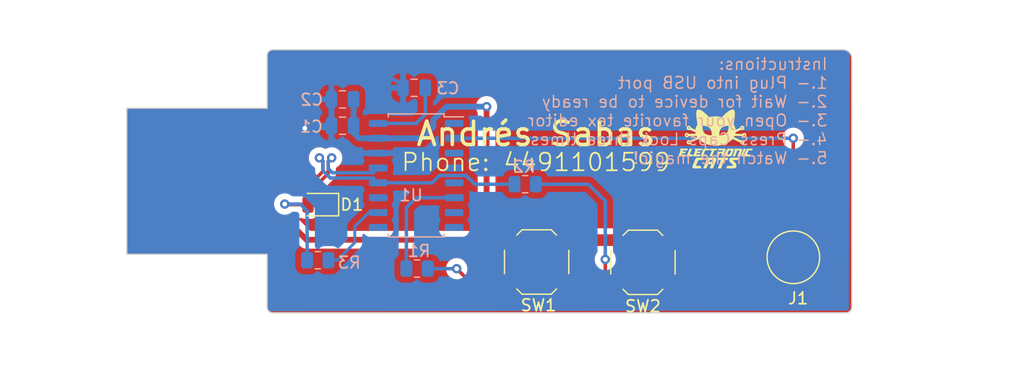
<source format=kicad_pcb>
(kicad_pcb (version 20221018) (generator pcbnew)
  (title_block (date "2021-01-28") (rev "1.0") (company "Electronic Cats"))
  (layers (0 "F.Cu" signal) (31 "B.Cu" signal) (34 "B.Paste" user) (35 "F.Paste" user) (36 "B.SilkS" user "B.Silkscreen") (37 "F.SilkS" user "F.Silkscreen") (38 "B.Mask" user) (39 "F.Mask" user) (44 "Edge.Cuts" user))
  (net 0 "")
  (net 1 "+5V")
  (net 2 "GND")
  (net 3 "Net-(D1-Pad2)")
  (net 4 "/PAD")
  (net 5 "Net-(R1-Pad2)")
  (net 6 "/RST")
  (net 7 "Net-(R2-Pad1)")
  (net 8 "/P3.3")
  (net 9 "Net-(U1-Pad11)")
  (net 10 "Net-(U1-Pad8)")
  (net 11 "Net-(U1-Pad7)")
  (net 12 "Net-(U1-Pad5)")
  (net 13 "Net-(U1-Pad4)")
  (net 14 "Net-(U1-Pad3)")
  (net 15 "Net-(U1-Pad1)")
  (net 16 "Net-(U1-Pad9)")
  (net 17 "/UD+")
  (net 18 "/UD-")
  (net 19 "Net-(C3-Pad2)")
  (footprint "LED_SMD:LED_0805_2012Metric" (layer "F.Cu") (at 95.9375 88 180)
    (fp_text reference "D1" (at -2.8125 0 180) (layer "F.SilkS"))
    (fp_text value "LED_Small")
    (pad "1" smd roundrect (at -0.9375 0 180) (size 0.975 1.4) (layers "F.Cu" "F.Paste" "F.Mask") (net 2 "GND"))
    (pad "2" smd roundrect (at 0.9375 0 180) (size 0.975 1.4) (layers "F.Cu" "F.Paste" "F.Mask") (net 3 "Net-(D1-Pad2)"))
  )
  (footprint "TestPoint:TestPoint_Pad_D4.0mm" (layer "F.Cu") (at 136.5 92.5)
    (fp_text reference "J1" (at 0.406 3.512) (layer "F.SilkS"))
    (fp_text value "Conn_01x01_Female")
    (pad "1" smd circle (at 0 0) (size 5.5 5.5) (layers "F.Cu") (net 4 "/PAD"))
  )
  (footprint "Aesthetics:electronic_cats_logo_4x3" (layer "F.Cu") (at 129.8448 82.38236)
    (fp_text reference "G***" hide)
    (fp_text value "LOGO" hide)
  )
  (footprint "Button_Switch_SMD:SW_SPST_TL3342" (layer "F.Cu") (at 114.54852 92.90312)
    (fp_text reference "SW1" (at 0.16042 3.69816) (layer "F.SilkS"))
    (fp_text value "Reset")
    (pad "1" smd rect (at -3.15 -1.9) (size 1.7 1) (layers "F.Cu" "F.Paste" "F.Mask") (net 1 "+5V"))
    (pad "1" smd rect (at 3.15 -1.9) (size 1.7 1) (layers "F.Cu" "F.Paste" "F.Mask") (net 1 "+5V"))
    (pad "2" smd rect (at -3.15 1.9) (size 1.7 1) (layers "F.Cu" "F.Paste" "F.Mask") (net 5 "Net-(R1-Pad2)"))
    (pad "2" smd rect (at 3.15 1.9) (size 1.7 1) (layers "F.Cu" "F.Paste" "F.Mask") (net 5 "Net-(R1-Pad2)"))
  )
  (footprint "Button_Switch_SMD:SW_SPST_TL3342" (layer "F.Cu") (at 123.63664 92.93106 180)
    (fp_text reference "SW2" (at 0 -3.75) (layer "F.SilkS"))
    (fp_text value "Boot")
    (pad "1" smd rect (at -3.15 -1.9 180) (size 1.7 1) (layers "F.Cu" "F.Paste" "F.Mask") (net 7 "Net-(R2-Pad1)"))
    (pad "1" smd rect (at 3.15 -1.9 180) (size 1.7 1) (layers "F.Cu" "F.Paste" "F.Mask") (net 7 "Net-(R2-Pad1)"))
    (pad "2" smd rect (at -3.15 1.9 180) (size 1.7 1) (layers "F.Cu" "F.Paste" "F.Mask") (net 1 "+5V"))
    (pad "2" smd rect (at 3.15 1.9 180) (size 1.7 1) (layers "F.Cu" "F.Paste" "F.Mask") (net 1 "+5V"))
  )
  (footprint "Connectors:usb-PCB" (layer "F.Cu") (at 79.5 86 -90)
    (fp_text reference "J2" hide)
    (fp_text value "USB_A" hide)
    (pad "1" connect rect (at 3.81 -4.9 270) (size 1.9 8) (layers "F.Cu" "F.Mask") (net 1 "+5V"))
    (pad "2" connect rect (at 1.3 -5.15 270) (size 2 7.5) (layers "F.Cu" "F.Mask") (net 18 "/UD-"))
    (pad "3" connect rect (at -1.3 -5.15 270) (size 2 7.5) (layers "F.Cu" "F.Mask") (net 17 "/UD+"))
    (pad "4" connect rect (at -3.81 -4.9 270) (size 1.9 8) (layers "F.Cu" "F.Mask") (net 2 "GND"))
  )
  (footprint "Capacitor_SMD:C_0805_2012Metric" (layer "B.Cu") (at 97.95 79)
    (fp_text reference "C2" (at -2.6314 0.0254 180) (layer "B.SilkS") (effects (justify mirror)))
    (fp_text value "0.1uF")
    (pad "1" smd roundrect (at -0.95 0) (size 1 1.45) (layers "B.Cu" "B.Paste" "B.Mask") (net 2 "GND"))
    (pad "2" smd roundrect (at 0.95 0) (size 1 1.45) (layers "B.Cu" "B.Paste" "B.Mask") (net 1 "+5V"))
  )
  (footprint "Resistor_SMD:R_0805_2012Metric" (layer "B.Cu") (at 113.56912 86.25332 180)
    (fp_text reference "R2" (at 0.0875 1.5) (layer "B.SilkS") (effects (justify mirror)))
    (fp_text value "20K")
    (pad "1" smd roundrect (at -0.9125 0 180) (size 1.025 1.4) (layers "B.Cu" "B.Paste" "B.Mask") (roundrect_rratio 0.243902) (net 7 "Net-(R2-Pad1)"))
    (pad "2" smd roundrect (at 0.9125 0 180) (size 1.025 1.4) (layers "B.Cu" "B.Paste" "B.Mask") (roundrect_rratio 0.243902) (net 17 "/UD+"))
  )
  (footprint "Package_SO:SOP-16_4.55x10.3mm_P1.27mm" (layer "B.Cu") (at 104.25 85.5 180)
    (fp_text reference "U1" (at 0.4318 -1.7018) (layer "B.SilkS") (effects (justify mirror)))
    (fp_text value "CH552G")
    (pad "1" smd roundrect (at -3.25 4.445 180) (size 1.6 0.6) (layers "B.Cu" "B.Paste" "B.Mask") (net 15 "Net-(U1-Pad1)"))
    (pad "2" smd roundrect (at -3.25 3.175 180) (size 1.6 0.6) (layers "B.Cu" "B.Paste" "B.Mask") (net 4 "/PAD"))
    (pad "3" smd roundrect (at -3.25 1.905 180) (size 1.6 0.6) (layers "B.Cu" "B.Paste" "B.Mask") (net 14 "Net-(U1-Pad3)"))
    (pad "4" smd roundrect (at -3.25 0.635 180) (size 1.6 0.6) (layers "B.Cu" "B.Paste" "B.Mask") (net 13 "Net-(U1-Pad4)"))
    (pad "5" smd roundrect (at -3.25 -0.635 180) (size 1.6 0.6) (layers "B.Cu" "B.Paste" "B.Mask") (net 12 "Net-(U1-Pad5)"))
    (pad "6" smd roundrect (at -3.25 -1.905 180) (size 1.6 0.6) (layers "B.Cu" "B.Paste" "B.Mask") (net 6 "/RST"))
    (pad "7" smd roundrect (at -3.25 -3.175 180) (size 1.6 0.6) (layers "B.Cu" "B.Paste" "B.Mask") (net 11 "Net-(U1-Pad7)"))
    (pad "8" smd roundrect (at -3.25 -4.445 180) (size 1.6 0.6) (layers "B.Cu" "B.Paste" "B.Mask") (net 10 "Net-(U1-Pad8)"))
    (pad "9" smd roundrect (at 3.25 -4.445 180) (size 1.6 0.6) (layers "B.Cu" "B.Paste" "B.Mask") (net 16 "Net-(U1-Pad9)"))
    (pad "10" smd roundrect (at 3.25 -3.175 180) (size 1.6 0.6) (layers "B.Cu" "B.Paste" "B.Mask") (net 8 "/P3.3"))
    (pad "11" smd roundrect (at 3.25 -1.905 180) (size 1.6 0.6) (layers "B.Cu" "B.Paste" "B.Mask") (net 9 "Net-(U1-Pad11)"))
    (pad "12" smd roundrect (at 3.25 -0.635 180) (size 1.6 0.6) (layers "B.Cu" "B.Paste" "B.Mask") (net 17 "/UD+"))
    (pad "13" smd roundrect (at 3.25 0.635 180) (size 1.6 0.6) (layers "B.Cu" "B.Paste" "B.Mask") (net 18 "/UD-"))
    (pad "14" smd roundrect (at 3.25 1.905 180) (size 1.6 0.6) (layers "B.Cu" "B.Paste" "B.Mask") (net 2 "GND"))
    (pad "15" smd roundrect (at 3.25 3.175 180) (size 1.6 0.6) (layers "B.Cu" "B.Paste" "B.Mask") (net 1 "+5V"))
    (pad "16" smd roundrect (at 3.25 4.445 180) (size 1.6 0.6) (layers "B.Cu" "B.Paste" "B.Mask") (net 19 "Net-(C3-Pad2)"))
  )
  (footprint "Resistor_SMD:R_0805_2012Metric" (layer "B.Cu") (at 104.32478 93.46184)
    (fp_text reference "R1" (at 0.1625 -1.5) (layer "B.SilkS") (effects (justify mirror)))
    (fp_text value "1K")
    (pad "1" smd roundrect (at -0.9125 0) (size 1.025 1.4) (layers "B.Cu" "B.Paste" "B.Mask") (roundrect_rratio 0.243902) (net 6 "/RST"))
    (pad "2" smd roundrect (at 0.9125 0) (size 1.025 1.4) (layers "B.Cu" "B.Paste" "B.Mask") (roundrect_rratio 0.243902) (net 5 "Net-(R1-Pad2)"))
  )
  (footprint "Capacitor_SMD:C_0805_2012Metric" (layer "B.Cu") (at 97.95 81.25)
    (fp_text reference "C1" (at -2.6568 0.0762 180) (layer "B.SilkS") (effects (justify mirror)))
    (fp_text value "0.1uF")
    (pad "1" smd roundrect (at -0.95 0) (size 1 1.45) (layers "B.Cu" "B.Paste" "B.Mask") (net 2 "GND"))
    (pad "2" smd roundrect (at 0.95 0) (size 1 1.45) (layers "B.Cu" "B.Paste" "B.Mask") (net 1 "+5V"))
  )
  (footprint "Resistor_SMD:R_0805_2012Metric" (layer "B.Cu") (at 95.8375 92.75)
    (fp_text reference "R3" (at 2.6905 0.2032 180) (layer "B.SilkS") (effects (justify mirror)))
    (fp_text value "1K")
    (pad "1" smd roundrect (at -0.9125 0) (size 1.025 1.4) (layers "B.Cu" "B.Paste" "B.Mask") (roundrect_rratio 0.243902) (net 3 "Net-(D1-Pad2)"))
    (pad "2" smd roundrect (at 0.9125 0) (size 1.025 1.4) (layers "B.Cu" "B.Paste" "B.Mask") (roundrect_rratio 0.243902) (net 8 "/P3.3"))
  )
  (footprint "Capacitor_SMD:C_0805_2012Metric" (layer "B.Cu") (at 104.07646 78.01102)
    (fp_text reference "C3" (at 2.8931 0.04318) (layer "B.SilkS") (effects (justify mirror)))
    (fp_text value "0.1uF")
    (pad "1" smd roundrect (at -0.95 0) (size 1 1.45) (layers "B.Cu" "B.Paste" "B.Mask") (net 2 "GND"))
    (pad "2" smd roundrect (at 0.95 0) (size 1 1.45) (layers "B.Cu" "B.Paste" "B.Mask") (net 19 "Net-(C3-Pad2)"))
  )
  (gr_line (start 92 74.75) (end 140.75 74.75) (stroke (width 0.1)) (layer "Edge.Cuts"))
  (gr_line (start 91.5 92.25) (end 79.5 92.25) (stroke (width 0.1)) (layer "Edge.Cuts"))
  (gr_line (start 91.5 79.75) (end 91.5 75.25) (stroke (width 0.1)) (layer "Edge.Cuts"))
  (gr_arc (start 141.5 96.75) (mid 141.353553 97.103553) (end 141 97.25) (stroke (width 0.1)) (layer "Edge.Cuts"))
  (gr_line (start 79.5 79.75) (end 91.5 79.75) (stroke (width 0.1)) (layer "Edge.Cuts"))
  (gr_line (start 91.5 92.25) (end 91.5 96.75) (stroke (width 0.1)) (layer "Edge.Cuts"))
  (gr_line (start 79.5 92.25) (end 79.5 79.75) (stroke (width 0.1)) (layer "Edge.Cuts"))
  (gr_arc (start 140.75 74.75) (mid 141.28033 74.96967) (end 141.5 75.5) (stroke (width 0.1)) (layer "Edge.Cuts"))
  (gr_arc (start 92 97.25) (mid 91.646447 97.103553) (end 91.5 96.75) (stroke (width 0.1)) (layer "Edge.Cuts"))
  (gr_line (start 92 97.25) (end 141 97.25) (stroke (width 0.1)) (layer "Edge.Cuts"))
  (gr_arc (start 91.5 75.25) (mid 91.646447 74.896447) (end 92 74.75) (stroke (width 0.1)) (layer "Edge.Cuts"))
  (gr_line (start 141.5 75.5) (end 141.5 96.75) (stroke (width 0.1)) (layer "Edge.Cuts"))
  (gr_text "Instructions:\n1.- Plug into USB port\n2.- Wait for device to be ready\n3.- Open your favorite tex editor\n4.- Press Caps Lock three times\n5.- Watch the magic!" (at 139.5 80) (layer "B.SilkS") (effects (font (size 1 1) (thickness 0.125)) (justify left mirror)))
  (gr_text "Phone: 4491101599" (at 114.48288 84.37372) (layer "F.SilkS") (effects (font (size 1.5 1.5))))
  (gr_text "Andrés Sabas" (at 114.48288 81.94802) (layer "F.SilkS") (effects (font (size 2 2) (thickness 0.3))))
  (segment (start 110.27156 79.62138) (end 110.27156 89.87616) (width 0.5) (layer "F.Cu") (net 1))
  (segment (start 110.27156 89.87616) (end 111.39852 91.00312) (width 0.5) (layer "F.Cu") (net 1))
  (segment (start 120.48664 91.03106) (end 117.72646 91.03106) (width 0.5) (layer "F.Cu") (net 1))
  (segment (start 126.78664 91.03106) (end 120.48664 91.03106) (width 0.5) (layer "F.Cu") (net 1))
  (segment (start 84.4 89.81) (end 93.68096 89.81) (width 0.5) (layer "F.Cu") (net 1))
  (segment (start 117.72646 91.03106) (end 117.69852 91.00312) (width 0.5) (layer "F.Cu") (net 1))
  (segment (start 117.69852 91.00312) (end 111.39852 91.00312) (width 0.5) (layer "F.Cu") (net 1))
  (segment (start 93.68096 89.81) (end 94.87408 91.00312) (width 0.5) (layer "F.Cu") (net 1))
  (segment (start 94.87408 91.00312) (end 111.39852 91.00312) (width 0.5) (layer "F.Cu") (net 1))
  (via (at 110.27156 79.62138) (size 0.8) (drill 0.4) (layers "F.Cu" "B.Cu") (net 1))
  (segment (start 99.37602 82.325) (end 101 82.325) (width 0.5) (layer "B.Cu") (net 1))
  (segment (start 101 82.325) (end 104.71552 82.325) (width 0.5) (layer "B.Cu") (net 1))
  (segment (start 106.85018 79.62138) (end 110.27156 79.62138) (width 0.5) (layer "B.Cu") (net 1))
  (segment (start 98.9 81.25) (end 98.9 81.84898) (width 0.5) (layer "B.Cu") (net 1))
  (segment (start 105.71226 80.7593) (end 106.85018 79.62138) (width 0.5) (layer "B.Cu") (net 1))
  (segment (start 98.9 79) (end 98.9 81.25) (width 0.5) (layer "B.Cu") (net 1))
  (segment (start 104.71552 82.325) (end 105.71226 81.32826) (width 0.5) (layer "B.Cu") (net 1))
  (segment (start 105.71226 81.32826) (end 105.71226 80.7593) (width 0.5) (layer "B.Cu") (net 1))
  (segment (start 98.9 81.84898) (end 99.37602 82.325) (width 0.5) (layer "B.Cu") (net 1))
  (segment (start 95.89008 82.64144) (end 94.72422 81.47558) (width 0.3) (layer "F.Cu") (net 2))
  (segment (start 92.76012 82.19) (end 93.47454 81.47558) (width 0.3) (layer "F.Cu") (net 2))
  (segment (start 84.4 82.19) (end 92.76012 82.19) (width 0.3) (layer "F.Cu") (net 2))
  (segment (start 93.47454 81.47558) (end 94.72422 81.47558) (width 0.3) (layer "F.Cu") (net 2))
  (segment (start 98.30816 87.7443) (end 98.30816 83.32978) (width 0.3) (layer "F.Cu") (net 2))
  (segment (start 96.875 88) (end 98.05246 88) (width 0.3) (layer "F.Cu") (net 2))
  (segment (start 97.61982 82.64144) (end 95.89008 82.64144) (width 0.3) (layer "F.Cu") (net 2))
  (segment (start 98.05246 88) (end 98.30816 87.7443) (width 0.3) (layer "F.Cu") (net 2))
  (segment (start 98.30816 83.32978) (end 97.61982 82.64144) (width 0.3) (layer "F.Cu") (net 2))
  (via (at 94.72422 81.47558) (size 0.8) (drill 0.4) (layers "F.Cu" "B.Cu") (net 2))
  (segment (start 97 82.18672) (end 97 81.25) (width 0.3) (layer "B.Cu") (net 2))
  (segment (start 97.4217 77.30744) (end 102.42288 77.30744) (width 0.3) (layer "B.Cu") (net 2))
  (segment (start 101 83.595) (end 98.40828 83.595) (width 0.3) (layer "B.Cu") (net 2))
  (segment (start 97 79) (end 97 77.72914) (width 0.3) (layer "B.Cu") (net 2))
  (segment (start 98.40828 83.595) (end 97 82.18672) (width 0.3) (layer "B.Cu") (net 2))
  (segment (start 102.42288 77.30744) (end 103.12646 78.01102) (width 0.3) (layer "B.Cu") (net 2))
  (segment (start 97 77.72914) (end 97.4217 77.30744) (width 0.3) (layer "B.Cu") (net 2))
  (segment (start 94.72422 81.47558) (end 96.77442 81.47558) (width 0.3) (layer "B.Cu") (net 2))
  (segment (start 96.77442 81.47558) (end 97 81.25) (width 0.3) (layer "B.Cu") (net 2))
  (segment (start 97 79) (end 97 81.25) (width 0.3) (layer "B.Cu") (net 2))
  (segment (start 95 88) (end 93.06 88) (width 0.3) (layer "F.Cu") (net 3))
  (segment (start 93.06 88) (end 93.01 87.95) (width 0.3) (layer "F.Cu") (net 3))
  (via (at 93.01 87.95) (size 0.8) (drill 0.4) (layers "F.Cu" "B.Cu") (net 3))
  (segment (start 94.925 88.525) (end 94.35 87.95) (width 0.3) (layer "B.Cu") (net 3))
  (segment (start 94.925 92.75) (end 94.925 88.525) (width 0.3) (layer "B.Cu") (net 3))
  (segment (start 94.35 87.95) (end 93.01 87.95) (width 0.3) (layer "B.Cu") (net 3))
  (segment (start 136.49 92.49) (end 136.5 92.5) (width 0.3) (layer "F.Cu") (net 4))
  (segment (start 136.49 82.32) (end 136.49 92.49) (width 0.3) (layer "F.Cu") (net 4))
  (via (at 136.49 82.32) (size 0.8) (drill 0.4) (layers "F.Cu" "B.Cu") (net 4))
  (segment (start 136.485 82.325) (end 136.49 82.32) (width 0.3) (layer "B.Cu") (net 4))
  (segment (start 125.965 82.325) (end 107.5 82.325) (width 0.3) (layer "B.Cu") (net 4))
  (segment (start 125.965 82.325) (end 136.485 82.325) (width 0.3) (layer "B.Cu") (net 4))
  (segment (start 111.39852 94.80312) (end 109.04236 94.80312) (width 0.3) (layer "F.Cu") (net 5))
  (segment (start 111.39852 94.80312) (end 117.69852 94.80312) (width 0.3) (layer "F.Cu") (net 5))
  (segment (start 109.04236 94.80312) (end 107.71378 93.47454) (width 0.3) (layer "F.Cu") (net 5))
  (via (at 107.71378 93.47454) (size 0.8) (drill 0.4) (layers "F.Cu" "B.Cu") (net 5))
  (segment (start 107.71378 93.47454) (end 105.24998 93.47454) (width 0.3) (layer "B.Cu") (net 5))
  (segment (start 105.24998 93.47454) (end 105.23728 93.46184) (width 0.3) (layer "B.Cu") (net 5))
  (segment (start 103.41228 93.46184) (end 103.41228 88.24596) (width 0.3) (layer "B.Cu") (net 6))
  (segment (start 104.25324 87.405) (end 107.5 87.405) (width 0.3) (layer "B.Cu") (net 6))
  (segment (start 103.41228 88.24596) (end 104.25324 87.405) (width 0.3) (layer "B.Cu") (net 6))
  (segment (start 120.41886 94.76328) (end 120.48664 94.83106) (width 0.3) (layer "F.Cu") (net 7))
  (segment (start 126.78664 94.83106) (end 120.48664 94.83106) (width 0.3) (layer "F.Cu") (net 7))
  (segment (start 120.41886 92.6846) (end 120.41886 94.76328) (width 0.3) (layer "F.Cu") (net 7))
  (via (at 120.41886 92.6846) (size 0.8) (drill 0.4) (layers "F.Cu" "B.Cu") (net 7))
  (segment (start 120.41886 87.6808) (end 120.41886 92.6846) (width 0.3) (layer "B.Cu") (net 7))
  (segment (start 114.48162 86.25332) (end 118.99138 86.25332) (width 0.3) (layer "B.Cu") (net 7))
  (segment (start 118.99138 86.25332) (end 120.41886 87.6808) (width 0.3) (layer "B.Cu") (net 7))
  (segment (start 99 91.25) (end 99 89.875) (width 0.25) (layer "B.Cu") (net 8))
  (segment (start 96.75 92.75) (end 97.5 92.75) (width 0.25) (layer "B.Cu") (net 8))
  (segment (start 99 89.875) (end 100.2 88.675) (width 0.25) (layer "B.Cu") (net 8))
  (segment (start 100.2 88.675) (end 101 88.675) (width 0.25) (layer "B.Cu") (net 8))
  (segment (start 97.5 92.75) (end 99 91.25) (width 0.25) (layer "B.Cu") (net 8))
  (segment (start 95.6568 85.775) (end 91.350001 85.775) (width 0.3) (layer "F.Cu") (net 17))
  (segment (start 95.975 84) (end 96.275 84.3) (width 0.3) (layer "F.Cu") (net 17))
  (segment (start 96.275 84.3) (end 96.275 85.1568) (width 0.3) (layer "F.Cu") (net 17))
  (segment (start 96.275 85.1568) (end 95.6568 85.775) (width 0.3) (layer "F.Cu") (net 17))
  (segment (start 91.350001 85.775) (end 90.275001 84.7) (width 0.3) (layer "F.Cu") (net 17))
  (segment (start 90.275001 84.7) (end 84.65 84.7) (width 0.3) (layer "F.Cu") (net 17))
  (via (at 95.975 84) (size 0.8) (drill 0.4) (layers "F.Cu" "B.Cu") (net 17))
  (segment (start 96.275 84.3) (end 95.975 84) (width 0.3) (layer "B.Cu") (net 17))
  (segment (start 108.50999 85.50999) (end 106.24001 85.50999) (width 0.3) (layer "B.Cu") (net 17))
  (segment (start 105.615 86.135) (end 101 86.135) (width 0.3) (layer "B.Cu") (net 17))
  (segment (start 96.9068 85.725) (end 96.275 85.0932) (width 0.3) (layer "B.Cu") (net 17))
  (segment (start 109.266864 86.25332) (end 108.516762 85.503218) (width 0.3) (layer "B.Cu") (net 17))
  (segment (start 112.65662 86.25332) (end 109.266864 86.25332) (width 0.3) (layer "B.Cu") (net 17))
  (segment (start 101 86.135) (end 100.59 85.725) (width 0.3) (layer "B.Cu") (net 17))
  (segment (start 100.59 85.725) (end 96.9068 85.725) (width 0.3) (layer "B.Cu") (net 17))
  (segment (start 106.24001 85.50999) (end 105.615 86.135) (width 0.3) (layer "B.Cu") (net 17))
  (segment (start 96.275 85.0932) (end 96.275 84.3) (width 0.3) (layer "B.Cu") (net 17))
  (segment (start 90.275001 87.3) (end 84.65 87.3) (width 0.3) (layer "F.Cu") (net 18))
  (segment (start 97.025 84) (end 96.725 84.3) (width 0.3) (layer "F.Cu") (net 18))
  (segment (start 95.8432 86.225) (end 91.350001 86.225) (width 0.3) (layer "F.Cu") (net 18))
  (segment (start 96.725 84.3) (end 96.725 85.3432) (width 0.3) (layer "F.Cu") (net 18))
  (segment (start 96.725 85.3432) (end 95.8432 86.225) (width 0.3) (layer "F.Cu") (net 18))
  (segment (start 91.350001 86.225) (end 90.275001 87.3) (width 0.3) (layer "F.Cu") (net 18))
  (via (at 97.025 84) (size 0.8) (drill 0.4) (layers "F.Cu" "B.Cu") (net 18))
  (segment (start 97.0932 85.275) (end 96.725 84.9068) (width 0.3) (layer "B.Cu") (net 18))
  (segment (start 96.725 84.9068) (end 96.725 84.3) (width 0.3) (layer "B.Cu") (net 18))
  (segment (start 100.59 85.275) (end 97.0932 85.275) (width 0.3) (layer "B.Cu") (net 18))
  (segment (start 101 84.865) (end 100.59 85.275) (width 0.3) (layer "B.Cu") (net 18))
  (segment (start 96.725 84.3) (end 97.025 84) (width 0.3) (layer "B.Cu") (net 18))
  (segment (start 101 81.055) (end 104.24562 81.055) (width 0.3) (layer "B.Cu") (net 19))
  (segment (start 105.02646 80.27416) (end 105.02646 78.01102) (width 0.3) (layer "B.Cu") (net 19))
  (segment (start 104.24562 81.055) (end 105.02646 80.27416) (width 0.3) (layer "B.Cu") (net 19))
  (zone (net 2) (net_name "GND") (layer "F.Cu") (connect_pads (clearance 0.508)) (min_thickness 0.254) (fill yes (thermal_gap 0.508) (thermal_bridge_width 0.508))
    (polygon (pts (xy 141.53896 97.35058) (xy 78.30566 97.35058) (xy 79.18958 74.33056) (xy 141.53896 74.2569)))
  )
  (zone (net 2) (net_name "GND") (layer "B.Cu") (connect_pads (clearance 0.508)) (min_thickness 0.254) (fill yes (thermal_gap 0.508) (thermal_bridge_width 0.508))
    (polygon (pts (xy 141.31798 74.10958) (xy 141.24432 97.05594) (xy 78.45298 97.1296) (xy 79.18958 74.47788) (xy 141.31798 73.8124)))
  )
)
</source>
